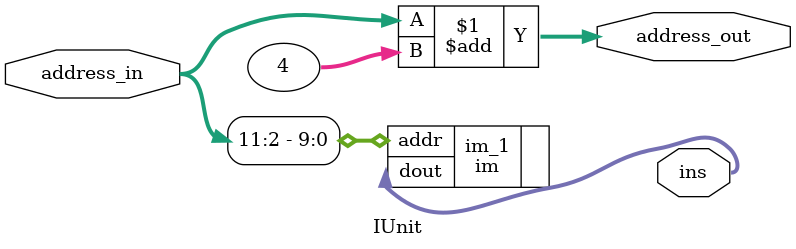
<source format=v>
`include "im.v"

module IUnit(address_in,ins,address_out); //address_out 为PC+4
	input[31:0] address_in;
	output[31:0] ins,address_out;

	im im_1(.addr(address_in[11:2]),.dout(ins));
	assign address_out = address_in + 4;
endmodule
</source>
